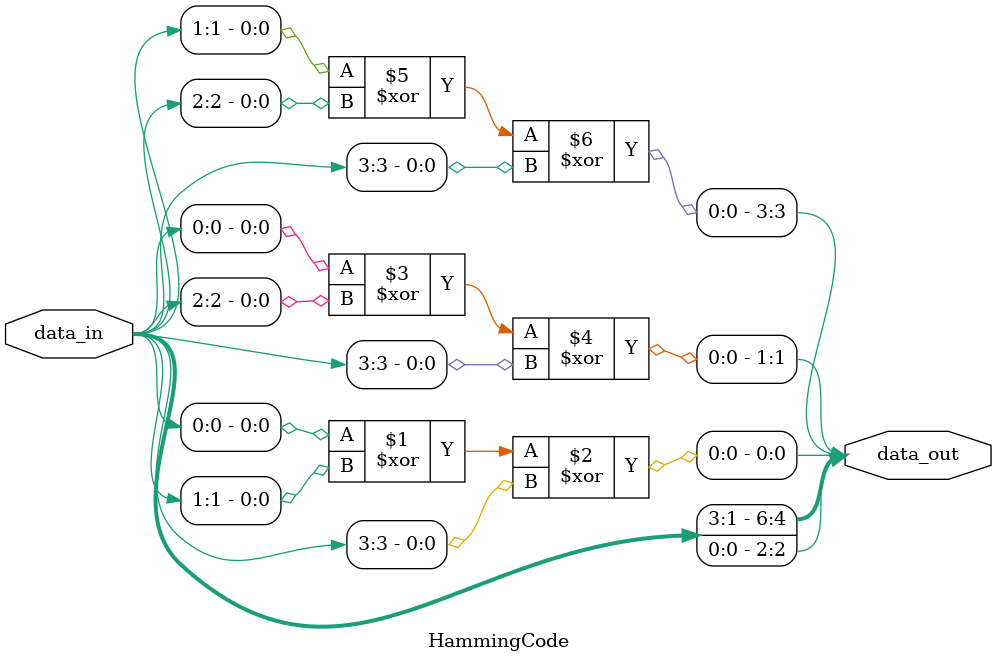
<source format=sv>
module HammingCode (
    input  logic [3:0] data_in,
    output logic [6:0] data_out
);

assign data_out = {
    data_in[3],
    data_in[2],
    data_in[1],
    data_in[1] ^ data_in[2] ^ data_in[3],
    data_in[0],
    data_in[0] ^ data_in[2] ^ data_in[3],
    data_in[0] ^ data_in[1] ^ data_in[3]
};
    
endmodule
</source>
